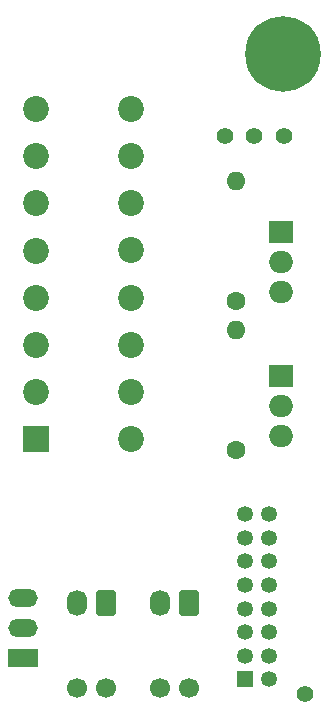
<source format=gbr>
%TF.GenerationSoftware,KiCad,Pcbnew,8.0.7*%
%TF.CreationDate,2025-07-29T20:25:38-07:00*%
%TF.ProjectId,V2.7-Connector-board,56322e37-2d43-46f6-9e6e-6563746f722d,rev?*%
%TF.SameCoordinates,Original*%
%TF.FileFunction,Soldermask,Top*%
%TF.FilePolarity,Negative*%
%FSLAX46Y46*%
G04 Gerber Fmt 4.6, Leading zero omitted, Abs format (unit mm)*
G04 Created by KiCad (PCBNEW 8.0.7) date 2025-07-29 20:25:38*
%MOMM*%
%LPD*%
G01*
G04 APERTURE LIST*
G04 Aperture macros list*
%AMRoundRect*
0 Rectangle with rounded corners*
0 $1 Rounding radius*
0 $2 $3 $4 $5 $6 $7 $8 $9 X,Y pos of 4 corners*
0 Add a 4 corners polygon primitive as box body*
4,1,4,$2,$3,$4,$5,$6,$7,$8,$9,$2,$3,0*
0 Add four circle primitives for the rounded corners*
1,1,$1+$1,$2,$3*
1,1,$1+$1,$4,$5*
1,1,$1+$1,$6,$7*
1,1,$1+$1,$8,$9*
0 Add four rect primitives between the rounded corners*
20,1,$1+$1,$2,$3,$4,$5,0*
20,1,$1+$1,$4,$5,$6,$7,0*
20,1,$1+$1,$6,$7,$8,$9,0*
20,1,$1+$1,$8,$9,$2,$3,0*%
G04 Aperture macros list end*
%ADD10C,1.700000*%
%ADD11RoundRect,0.250000X-0.600000X0.850000X-0.600000X-0.850000X0.600000X-0.850000X0.600000X0.850000X0*%
%ADD12O,1.700000X2.200000*%
%ADD13C,1.600000*%
%ADD14O,1.600000X1.600000*%
%ADD15C,1.397000*%
%ADD16R,1.346200X1.346200*%
%ADD17C,1.346200*%
%ADD18R,2.500000X1.500000*%
%ADD19O,2.500000X1.500000*%
%ADD20C,6.400000*%
%ADD21R,2.000000X1.905000*%
%ADD22O,2.000000X1.905000*%
%ADD23R,2.192000X2.192000*%
%ADD24C,2.192000*%
G04 APERTURE END LIST*
D10*
%TO.C,J4*%
X127468000Y-82042000D03*
X124968000Y-82042000D03*
D11*
X127468000Y-74862000D03*
D12*
X124968000Y-74862000D03*
%TD*%
D10*
%TO.C,J3*%
X134493000Y-82042000D03*
X131993000Y-82042000D03*
D11*
X134493000Y-74862000D03*
D12*
X131993000Y-74862000D03*
%TD*%
D13*
%TO.C,R2*%
X138430000Y-61849000D03*
D14*
X138430000Y-51689000D03*
%TD*%
D15*
%TO.C,SW1*%
X137494000Y-35306000D03*
X139994000Y-35306000D03*
X142494000Y-35306000D03*
%TD*%
%TO.C,J1*%
X144323998Y-82510002D03*
D16*
X139223999Y-81310000D03*
D17*
X139223999Y-79310001D03*
X139223999Y-77310000D03*
X139223999Y-75310001D03*
X139223999Y-73310000D03*
X139223999Y-71310002D03*
X139223999Y-69310001D03*
X139223999Y-67310000D03*
X141224000Y-67310000D03*
X141224000Y-69310001D03*
X141224000Y-71310002D03*
X141224000Y-73310000D03*
X141224000Y-75310001D03*
X141224000Y-77310000D03*
X141224000Y-79310001D03*
X141224000Y-81310000D03*
%TD*%
D18*
%TO.C,U1*%
X120396000Y-79502000D03*
D19*
X120396000Y-76962000D03*
X120396000Y-74422000D03*
%TD*%
D20*
%TO.C,H1*%
X142427000Y-28388000D03*
%TD*%
D13*
%TO.C,R1*%
X138430000Y-49276000D03*
D14*
X138430000Y-39116000D03*
%TD*%
D21*
%TO.C,Q2*%
X142240000Y-55626000D03*
D22*
X142240000Y-58166000D03*
X142240000Y-60706000D03*
%TD*%
D21*
%TO.C,Q1*%
X142240000Y-43434000D03*
D22*
X142240000Y-45974000D03*
X142240000Y-48514000D03*
%TD*%
D23*
%TO.C,J2*%
X121521220Y-60955080D03*
D24*
X121521220Y-56965080D03*
X121521220Y-52975080D03*
X121521220Y-48985080D03*
X121521220Y-44995080D03*
X121521220Y-41005080D03*
X121521220Y-37015080D03*
X121521220Y-33025080D03*
X129540000Y-60950000D03*
X129540000Y-56960000D03*
X129540000Y-52970000D03*
X129540000Y-48980000D03*
X129540000Y-44990000D03*
X129540000Y-41000000D03*
X129540000Y-37010000D03*
X129540000Y-33020000D03*
%TD*%
M02*

</source>
